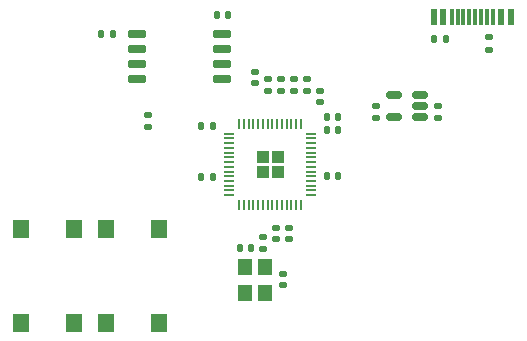
<source format=gtp>
%TF.GenerationSoftware,KiCad,Pcbnew,8.0.8*%
%TF.CreationDate,2025-07-12T18:43:26-05:00*%
%TF.ProjectId,nanosplit,6e616e6f-7370-46c6-9974-2e6b69636164,rev?*%
%TF.SameCoordinates,Original*%
%TF.FileFunction,Paste,Top*%
%TF.FilePolarity,Positive*%
%FSLAX46Y46*%
G04 Gerber Fmt 4.6, Leading zero omitted, Abs format (unit mm)*
G04 Created by KiCad (PCBNEW 8.0.8) date 2025-07-12 18:43:26*
%MOMM*%
%LPD*%
G01*
G04 APERTURE LIST*
G04 Aperture macros list*
%AMRoundRect*
0 Rectangle with rounded corners*
0 $1 Rounding radius*
0 $2 $3 $4 $5 $6 $7 $8 $9 X,Y pos of 4 corners*
0 Add a 4 corners polygon primitive as box body*
4,1,4,$2,$3,$4,$5,$6,$7,$8,$9,$2,$3,0*
0 Add four circle primitives for the rounded corners*
1,1,$1+$1,$2,$3*
1,1,$1+$1,$4,$5*
1,1,$1+$1,$6,$7*
1,1,$1+$1,$8,$9*
0 Add four rect primitives between the rounded corners*
20,1,$1+$1,$2,$3,$4,$5,0*
20,1,$1+$1,$4,$5,$6,$7,0*
20,1,$1+$1,$6,$7,$8,$9,0*
20,1,$1+$1,$8,$9,$2,$3,0*%
G04 Aperture macros list end*
%ADD10RoundRect,0.140000X-0.170000X0.140000X-0.170000X-0.140000X0.170000X-0.140000X0.170000X0.140000X0*%
%ADD11RoundRect,0.140000X-0.140000X-0.170000X0.140000X-0.170000X0.140000X0.170000X-0.140000X0.170000X0*%
%ADD12RoundRect,0.135000X0.185000X-0.135000X0.185000X0.135000X-0.185000X0.135000X-0.185000X-0.135000X0*%
%ADD13RoundRect,0.140000X0.140000X0.170000X-0.140000X0.170000X-0.140000X-0.170000X0.140000X-0.170000X0*%
%ADD14R,1.400000X1.600000*%
%ADD15RoundRect,0.150000X-0.650000X-0.150000X0.650000X-0.150000X0.650000X0.150000X-0.650000X0.150000X0*%
%ADD16RoundRect,0.140000X0.170000X-0.140000X0.170000X0.140000X-0.170000X0.140000X-0.170000X-0.140000X0*%
%ADD17RoundRect,0.250000X-0.292217X-0.292217X0.292217X-0.292217X0.292217X0.292217X-0.292217X0.292217X0*%
%ADD18RoundRect,0.050000X-0.387500X-0.050000X0.387500X-0.050000X0.387500X0.050000X-0.387500X0.050000X0*%
%ADD19RoundRect,0.050000X-0.050000X-0.387500X0.050000X-0.387500X0.050000X0.387500X-0.050000X0.387500X0*%
%ADD20RoundRect,0.135000X0.135000X0.185000X-0.135000X0.185000X-0.135000X-0.185000X0.135000X-0.185000X0*%
%ADD21R,0.600000X1.450000*%
%ADD22R,0.300000X1.450000*%
%ADD23RoundRect,0.135000X-0.185000X0.135000X-0.185000X-0.135000X0.185000X-0.135000X0.185000X0.135000X0*%
%ADD24R,1.200000X1.400000*%
%ADD25RoundRect,0.135000X-0.135000X-0.185000X0.135000X-0.185000X0.135000X0.185000X-0.135000X0.185000X0*%
%ADD26RoundRect,0.150000X0.512500X0.150000X-0.512500X0.150000X-0.512500X-0.150000X0.512500X-0.150000X0*%
G04 APERTURE END LIST*
D10*
%TO.C,C3*%
X198970000Y-106560000D03*
X198970000Y-107520000D03*
%TD*%
D11*
%TO.C,C5*%
X193390000Y-84640000D03*
X194350000Y-84640000D03*
%TD*%
D12*
%TO.C,R5*%
X197270000Y-104450000D03*
X197270000Y-103430000D03*
%TD*%
D13*
%TO.C,C11*%
X193025000Y-94002500D03*
X192065000Y-94002500D03*
%TD*%
D11*
%TO.C,C16*%
X202690000Y-93240000D03*
X203650000Y-93240000D03*
%TD*%
D14*
%TO.C,SW19*%
X181270000Y-102740000D03*
X181270000Y-110740000D03*
X176770000Y-102740000D03*
X176770000Y-110740000D03*
%TD*%
D11*
%TO.C,C2*%
X195310000Y-104340000D03*
X196270000Y-104340000D03*
%TD*%
D15*
%TO.C,U2*%
X186570000Y-86230000D03*
X186570000Y-87500000D03*
X186570000Y-88770000D03*
X186570000Y-90040000D03*
X193770000Y-90040000D03*
X193770000Y-88770000D03*
X193770000Y-87500000D03*
X193770000Y-86230000D03*
%TD*%
D16*
%TO.C,C4*%
X206870000Y-93320000D03*
X206870000Y-92360000D03*
%TD*%
D17*
%TO.C,U3*%
X197232500Y-96640000D03*
X197232500Y-97915000D03*
X198507500Y-96640000D03*
X198507500Y-97915000D03*
D18*
X194432500Y-94677500D03*
X194432500Y-95077500D03*
X194432500Y-95477500D03*
X194432500Y-95877500D03*
X194432500Y-96277500D03*
X194432500Y-96677500D03*
X194432500Y-97077500D03*
X194432500Y-97477500D03*
X194432500Y-97877500D03*
X194432500Y-98277500D03*
X194432500Y-98677500D03*
X194432500Y-99077500D03*
X194432500Y-99477500D03*
X194432500Y-99877500D03*
D19*
X195270000Y-100715000D03*
X195670000Y-100715000D03*
X196070000Y-100715000D03*
X196470000Y-100715000D03*
X196870000Y-100715000D03*
X197270000Y-100715000D03*
X197670000Y-100715000D03*
X198070000Y-100715000D03*
X198470000Y-100715000D03*
X198870000Y-100715000D03*
X199270000Y-100715000D03*
X199670000Y-100715000D03*
X200070000Y-100715000D03*
X200470000Y-100715000D03*
D18*
X201307500Y-99877500D03*
X201307500Y-99477500D03*
X201307500Y-99077500D03*
X201307500Y-98677500D03*
X201307500Y-98277500D03*
X201307500Y-97877500D03*
X201307500Y-97477500D03*
X201307500Y-97077500D03*
X201307500Y-96677500D03*
X201307500Y-96277500D03*
X201307500Y-95877500D03*
X201307500Y-95477500D03*
X201307500Y-95077500D03*
X201307500Y-94677500D03*
D19*
X200470000Y-93840000D03*
X200070000Y-93840000D03*
X199670000Y-93840000D03*
X199270000Y-93840000D03*
X198870000Y-93840000D03*
X198470000Y-93840000D03*
X198070000Y-93840000D03*
X197670000Y-93840000D03*
X197270000Y-93840000D03*
X196870000Y-93840000D03*
X196470000Y-93840000D03*
X196070000Y-93840000D03*
X195670000Y-93840000D03*
X195270000Y-93840000D03*
%TD*%
D20*
%TO.C,R6*%
X212800000Y-86637500D03*
X211780000Y-86637500D03*
%TD*%
D16*
%TO.C,C10*%
X202070000Y-92000000D03*
X202070000Y-91040000D03*
%TD*%
%TO.C,C9*%
X197670000Y-91020000D03*
X197670000Y-90060000D03*
%TD*%
D21*
%TO.C,USB1*%
X218250000Y-84782500D03*
X217450000Y-84782500D03*
D22*
X216750000Y-84782500D03*
X216250000Y-84782500D03*
X215750000Y-84782500D03*
X215250000Y-84782500D03*
X214750000Y-84782500D03*
X214250000Y-84782500D03*
X213750000Y-84782500D03*
X213250000Y-84782500D03*
D21*
X212550000Y-84782500D03*
X211750000Y-84782500D03*
%TD*%
D14*
%TO.C,SW20*%
X183970000Y-110740000D03*
X183970000Y-102740000D03*
X188470000Y-110740000D03*
X188470000Y-102740000D03*
%TD*%
D23*
%TO.C,R4*%
X199870000Y-90030000D03*
X199870000Y-91050000D03*
%TD*%
D16*
%TO.C,C6*%
X196570000Y-90420000D03*
X196570000Y-89460000D03*
%TD*%
D24*
%TO.C,Y1*%
X195720000Y-105940000D03*
X195720000Y-108140000D03*
X197420000Y-108140000D03*
X197420000Y-105940000D03*
%TD*%
D13*
%TO.C,C13*%
X193025000Y-98302500D03*
X192065000Y-98302500D03*
%TD*%
D23*
%TO.C,R1*%
X187545000Y-93092500D03*
X187545000Y-94112500D03*
%TD*%
%TO.C,R3*%
X198770000Y-90030000D03*
X198770000Y-91050000D03*
%TD*%
D16*
%TO.C,C1*%
X212070000Y-93320000D03*
X212070000Y-92360000D03*
%TD*%
D10*
%TO.C,C7*%
X199470000Y-102660000D03*
X199470000Y-103620000D03*
%TD*%
%TO.C,C14*%
X198370000Y-102660000D03*
X198370000Y-103620000D03*
%TD*%
D25*
%TO.C,R2*%
X183560000Y-86240000D03*
X184580000Y-86240000D03*
%TD*%
D26*
%TO.C,U1*%
X210607500Y-93290000D03*
X210607500Y-92340000D03*
X210607500Y-91390000D03*
X208332500Y-91390000D03*
X208332500Y-93290000D03*
%TD*%
D23*
%TO.C,R7*%
X216400000Y-86527500D03*
X216400000Y-87547500D03*
%TD*%
D11*
%TO.C,C12*%
X202690000Y-98240000D03*
X203650000Y-98240000D03*
%TD*%
D16*
%TO.C,C8*%
X200970000Y-91020000D03*
X200970000Y-90060000D03*
%TD*%
D11*
%TO.C,C15*%
X202690000Y-94340000D03*
X203650000Y-94340000D03*
%TD*%
M02*

</source>
